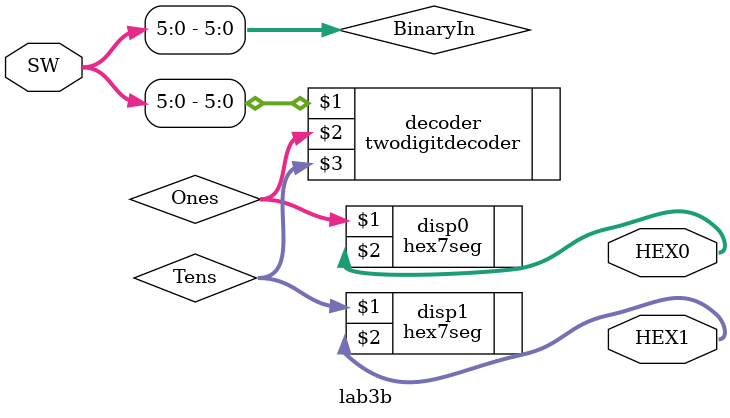
<source format=v>
/*
Oscar Reyes-Sanchez
Lab 3 part b
22 February 2023

*/

module lab3b (SW, HEX0, HEX1);
	input [9:0] SW;
	output [0:6] HEX0, HEX1;
	
	wire [5:0] BinaryIn = SW[5:0];
	wire [3:0] Ones, Tens;
	
	twodigitdecoder decoder (BinaryIn, Ones, Tens);
	defparam decoder.bit = 6;
	
	hex7seg disp0 (Ones, HEX0);
	hex7seg disp1 (Tens, HEX1);	
	
endmodule
</source>
